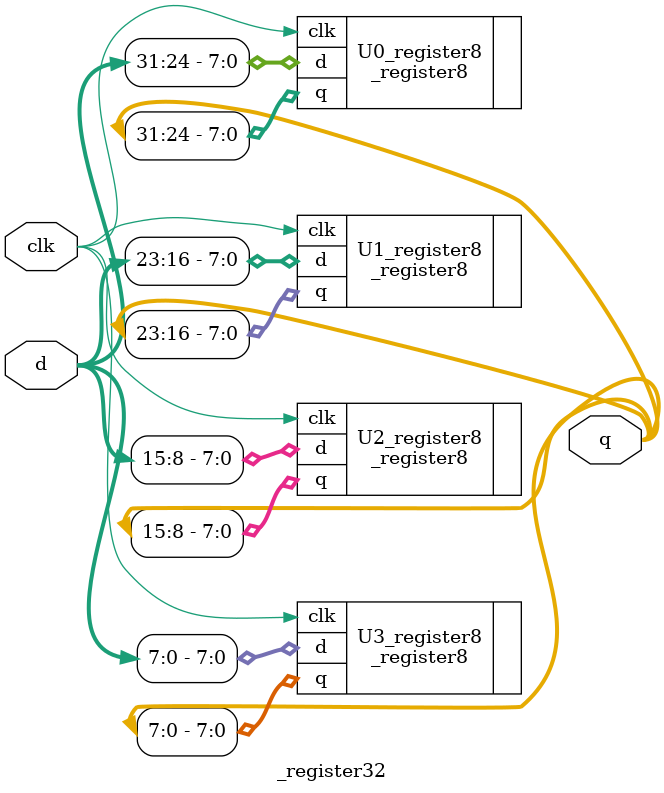
<source format=v>
module _register32(clk, d, q);

	input						clk;	//input clk
	input		[31:0]		d;			//input 32 * D flip-flop
	output	[31:0]		q;				//output 32 bit register
	
	_register8 U0_register8(.clk(clk), .d(d[31:24]), .q(q[31:24]));	//load 8 bit register
	_register8 U1_register8(.clk(clk), .d(d[23:16]), .q(q[23:16]));	//load 8 bit register
	_register8 U2_register8(.clk(clk), .d(d[15:8]), .q(q[15:8]));	//load 8 bit register
	_register8 U3_register8(.clk(clk), .d(d[7:0]), .q(q[7:0]));		//load 8 bit register
	
endmodule

</source>
